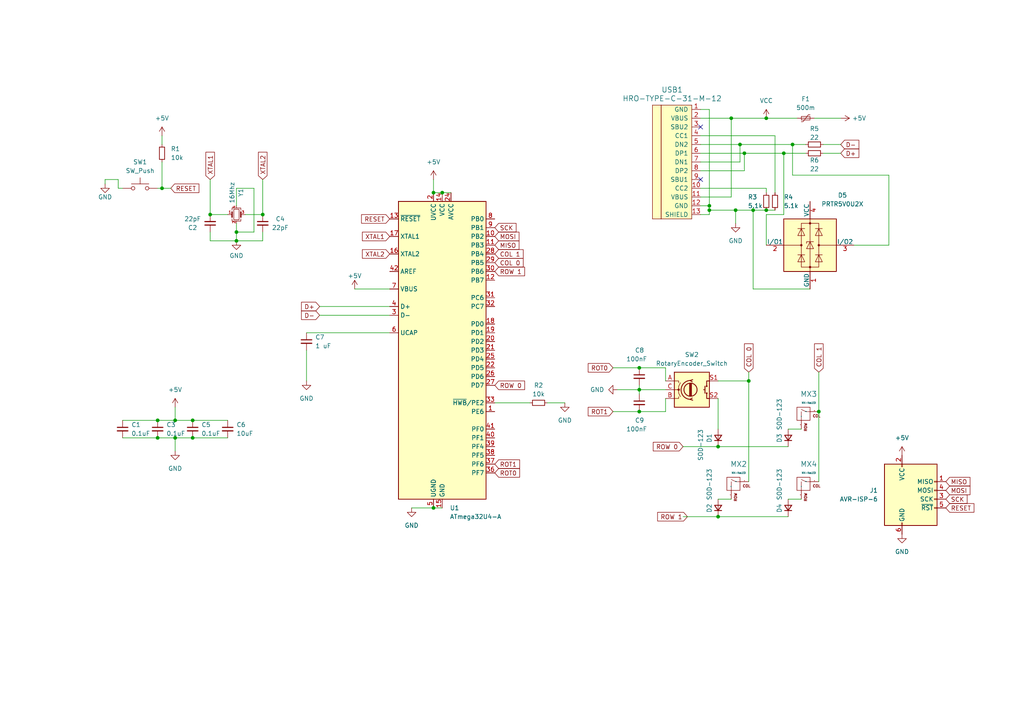
<source format=kicad_sch>
(kicad_sch (version 20231120) (generator "eeschema") (generator_version "8.0")
  (paper "A4")
  (lib_symbols
    (symbol "Connector:AVR-ISP-6" (pin_names (offset 1.016))
      (property "Reference" "J" (at -6.35 11.43 0))
      (property "Value" "AVR-ISP-6" (at 0 11.43 0))
      (symbol "AVR-ISP-6_0_1"
        (rectangle (start -2.667 -6.858) (end -2.413 -7.62))
        (rectangle (start -2.667 10.16) (end -2.413 9.398))
        (rectangle (start 7.62 -2.413) (end 6.858 -2.667))
        (rectangle (start 7.62 0.127) (end 6.858 -0.127))
        (rectangle (start 7.62 2.667) (end 6.858 2.413))
        (rectangle (start 7.62 5.207) (end 6.858 4.953))
        (rectangle (start 7.62 10.16) (end -7.62 -7.62) (stroke (width 0.254)) (fill (type background)))
      )
      (symbol "AVR-ISP-6_1_1"
        (pin passive line (at 10.16 5.08 180) (length 2.54) (name "MISO") (number "1"))
        (pin passive line (at -2.54 12.7 270) (length 2.54) (name "VCC") (number "2"))
        (pin passive line (at 10.16 0 180) (length 2.54) (name "SCK") (number "3"))
        (pin passive line (at 10.16 2.54 180) (length 2.54) (name "MOSI") (number "4"))
        (pin passive line (at 10.16 -2.54 180) (length 2.54) (name "~{RST}") (number "5"))
        (pin passive line (at -2.54 -10.16 90) (length 2.54) (name "GND") (number "6"))
      )
    )
    (symbol "Device:C_Small" (pin_numbers hide) (pin_names (offset 0.254) hide)
      (property "Reference" "C" (at 0.254 1.778 0))
      (property "Value" "C_Small" (at 0.254 -2.032 0))
      (symbol "C_Small_0_1"
        (polyline (pts (xy -1.524 -0.508) (xy 1.524 -0.508)) (stroke (width 0.3302)))
        (polyline (pts (xy -1.524 0.508) (xy 1.524 0.508)) (stroke (width 0.3048)))
      )
      (symbol "C_Small_1_1"
        (pin passive line (at 0 2.54 270) (length 2.032) (name "~") (number "1"))
        (pin passive line (at 0 -2.54 90) (length 2.032) (name "~") (number "2"))
      )
    )
    (symbol "Device:Crystal_GND24_Small" (pin_names (offset 1.016) hide)
      (property "Reference" "Y" (at 1.27 4.445 0))
      (property "Value" "Crystal_GND24_Small" (at 1.27 2.54 0))
      (symbol "Crystal_GND24_Small_0_1"
        (rectangle (start -0.762 -1.524) (end 0.762 1.524))
        (polyline (pts (xy -1.27 -0.762) (xy -1.27 0.762)) (stroke (width 0.381)))
        (polyline (pts (xy 1.27 -0.762) (xy 1.27 0.762)) (stroke (width 0.381)))
        (polyline (pts (xy -1.27 -1.27) (xy -1.27 -1.905) (xy 1.27 -1.905) (xy 1.27 -1.27)))
        (polyline (pts (xy -1.27 1.27) (xy -1.27 1.905) (xy 1.27 1.905) (xy 1.27 1.27)))
      )
      (symbol "Crystal_GND24_Small_1_1"
        (pin passive line (at -2.54 0 0) (length 1.27) (name "1") (number "1"))
        (pin passive line (at 0 -2.54 90) (length 0.635) (name "2") (number "2"))
        (pin passive line (at 2.54 0 180) (length 1.27) (name "3") (number "3"))
        (pin passive line (at 0 2.54 270) (length 0.635) (name "4") (number "4"))
      )
    )
    (symbol "Device:D_Small" (pin_numbers hide) (pin_names (offset 0.254) hide)
      (property "Reference" "D" (at -1.27 2.032 0))
      (property "Value" "D_Small" (at -3.81 -2.032 0))
      (symbol "D_Small_0_1"
        (polyline (pts (xy -0.762 -1.016) (xy -0.762 1.016)) (stroke (width 0.254)))
        (polyline (pts (xy -0.762 0) (xy 0.762 0)))
        (polyline (pts (xy 0.762 -1.016) (xy -0.762 0) (xy 0.762 1.016) (xy 0.762 -1.016)) (stroke (width 0.254)))
      )
      (symbol "D_Small_1_1"
        (pin passive line (at -2.54 0 0) (length 1.778) (name "K") (number "1"))
        (pin passive line (at 2.54 0 180) (length 1.778) (name "A") (number "2"))
      )
    )
    (symbol "Device:Polyfuse_Small" (pin_numbers hide) (pin_names (offset 0))
      (property "Reference" "F" (at -1.905 0 90))
      (property "Value" "Polyfuse_Small" (at 1.905 0 90))
      (symbol "Polyfuse_Small_0_1"
        (rectangle (start -0.508 1.27) (end 0.508 -1.27))
        (polyline (pts (xy 0 2.54) (xy 0 -2.54)))
        (polyline (pts (xy -1.016 1.27) (xy -1.016 0.762) (xy 1.016 -0.762) (xy 1.016 -1.27)))
      )
      (symbol "Polyfuse_Small_1_1"
        (pin passive line (at 0 2.54 270) (length 0.635) (name "~") (number "1"))
        (pin passive line (at 0 -2.54 90) (length 0.635) (name "~") (number "2"))
      )
    )
    (symbol "Device:R_Small" (pin_numbers hide) (pin_names (offset 0.254) hide)
      (property "Reference" "R" (at 0.762 0.508 0))
      (property "Value" "R_Small" (at 0.762 -1.016 0))
      (symbol "R_Small_0_1"
        (rectangle (start -0.762 1.778) (end 0.762 -1.778) (stroke (width 0.2032)))
      )
      (symbol "R_Small_1_1"
        (pin passive line (at 0 2.54 270) (length 0.762) (name "~") (number "1"))
        (pin passive line (at 0 -2.54 90) (length 0.762) (name "~") (number "2"))
      )
    )
    (symbol "Device:RotaryEncoder_Switch" (pin_names (offset 0.254) hide)
      (property "Reference" "SW" (at 0 6.604 0))
      (property "Value" "RotaryEncoder_Switch" (at 0 -6.604 0))
      (symbol "RotaryEncoder_Switch_0_1"
        (rectangle (start -5.08 5.08) (end 5.08 -5.08) (stroke (width 0.254)) (fill (type background)))
        (circle (center -3.81 0) (radius 0.254) (fill (type outline)))
        (circle (center -0.381 0) (radius 1.905) (stroke (width 0.254)))
        (arc (start -0.381 2.667) (mid -3.0988 -0.0635) (end -0.381 -2.794) (stroke (width 0.254)))
        (polyline (pts (xy -0.635 -1.778) (xy -0.635 1.778)) (stroke (width 0.254)))
        (polyline (pts (xy -0.381 -1.778) (xy -0.381 1.778)) (stroke (width 0.254)))
        (polyline (pts (xy -0.127 1.778) (xy -0.127 -1.778)) (stroke (width 0.254)))
        (polyline (pts (xy 3.81 0) (xy 3.429 0)) (stroke (width 0.254)))
        (polyline (pts (xy 3.81 1.016) (xy 3.81 -1.016)) (stroke (width 0.254)))
        (polyline (pts (xy -5.08 -2.54) (xy -3.81 -2.54) (xy -3.81 -2.032)))
        (polyline (pts (xy -5.08 2.54) (xy -3.81 2.54) (xy -3.81 2.032)))
        (polyline (pts (xy 0.254 -3.048) (xy -0.508 -2.794) (xy 0.127 -2.413)) (stroke (width 0.254)))
        (polyline (pts (xy 0.254 2.921) (xy -0.508 2.667) (xy 0.127 2.286)) (stroke (width 0.254)))
        (polyline (pts (xy 5.08 -2.54) (xy 4.318 -2.54) (xy 4.318 -1.016)) (stroke (width 0.254)))
        (polyline (pts (xy 5.08 2.54) (xy 4.318 2.54) (xy 4.318 1.016)) (stroke (width 0.254)))
        (polyline (pts (xy -5.08 0) (xy -3.81 0) (xy -3.81 -1.016) (xy -3.302 -2.032)))
        (polyline (pts (xy -4.318 0) (xy -3.81 0) (xy -3.81 1.016) (xy -3.302 2.032)))
        (circle (center 4.318 -1.016) (radius 0.127) (stroke (width 0.254)))
        (circle (center 4.318 1.016) (radius 0.127) (stroke (width 0.254)))
      )
      (symbol "RotaryEncoder_Switch_1_1"
        (pin passive line (at -7.62 2.54 0) (length 2.54) (name "A") (number "A"))
        (pin passive line (at -7.62 -2.54 0) (length 2.54) (name "B") (number "B"))
        (pin passive line (at -7.62 0 0) (length 2.54) (name "C") (number "C"))
        (pin passive line (at 7.62 2.54 180) (length 2.54) (name "S1") (number "S1"))
        (pin passive line (at 7.62 -2.54 180) (length 2.54) (name "S2") (number "S2"))
      )
    )
    (symbol "MCU_Microchip_ATmega:ATmega32U4-A"
      (property "Reference" "U" (at -12.7 44.45 0))
      (property "Value" "ATmega32U4-A" (at 2.54 -44.45 0))
      (symbol "ATmega32U4-A_0_1"
        (rectangle (start -12.7 -43.18) (end 12.7 43.18) (stroke (width 0.254)) (fill (type background)))
      )
      (symbol "ATmega32U4-A_1_1"
        (pin bidirectional line (at 15.24 -17.78 180) (length 2.54) (name "PE6") (number "1"))
        (pin bidirectional line (at 15.24 33.02 180) (length 2.54) (name "PB2") (number "10"))
        (pin bidirectional line (at 15.24 30.48 180) (length 2.54) (name "PB3") (number "11"))
        (pin bidirectional line (at 15.24 20.32 180) (length 2.54) (name "PB7") (number "12"))
        (pin input line (at -15.24 38.1 0) (length 2.54) (name "~{RESET}") (number "13"))
        (pin power_in line (at 0 45.72 270) (length 2.54) (name "VCC") (number "14"))
        (pin power_in line (at 0 -45.72 90) (length 2.54) (name "GND") (number "15"))
        (pin output line (at -15.24 27.94 0) (length 2.54) (name "XTAL2") (number "16"))
        (pin input line (at -15.24 33.02 0) (length 2.54) (name "XTAL1") (number "17"))
        (pin bidirectional line (at 15.24 7.62 180) (length 2.54) (name "PD0") (number "18"))
        (pin bidirectional line (at 15.24 5.08 180) (length 2.54) (name "PD1") (number "19"))
        (pin power_in line (at -2.54 45.72 270) (length 2.54) (name "UVCC") (number "2"))
        (pin bidirectional line (at 15.24 2.54 180) (length 2.54) (name "PD2") (number "20"))
        (pin bidirectional line (at 15.24 0 180) (length 2.54) (name "PD3") (number "21"))
        (pin bidirectional line (at 15.24 -5.08 180) (length 2.54) (name "PD5") (number "22"))
        (pin passive line (at 0 -45.72 90) (length 2.54) hide (name "GND") (number "23"))
        (pin power_in line (at 2.54 45.72 270) (length 2.54) (name "AVCC") (number "24"))
        (pin bidirectional line (at 15.24 -2.54 180) (length 2.54) (name "PD4") (number "25"))
        (pin bidirectional line (at 15.24 -7.62 180) (length 2.54) (name "PD6") (number "26"))
        (pin bidirectional line (at 15.24 -10.16 180) (length 2.54) (name "PD7") (number "27"))
        (pin bidirectional line (at 15.24 27.94 180) (length 2.54) (name "PB4") (number "28"))
        (pin bidirectional line (at 15.24 25.4 180) (length 2.54) (name "PB5") (number "29"))
        (pin bidirectional line (at -15.24 10.16 0) (length 2.54) (name "D-") (number "3"))
        (pin bidirectional line (at 15.24 22.86 180) (length 2.54) (name "PB6") (number "30"))
        (pin bidirectional line (at 15.24 15.24 180) (length 2.54) (name "PC6") (number "31"))
        (pin bidirectional line (at 15.24 12.7 180) (length 2.54) (name "PC7") (number "32"))
        (pin bidirectional line (at 15.24 -15.24 180) (length 2.54) (name "~{HWB}/PE2") (number "33"))
        (pin passive line (at 0 45.72 270) (length 2.54) hide (name "VCC") (number "34"))
        (pin passive line (at 0 -45.72 90) (length 2.54) hide (name "GND") (number "35"))
        (pin bidirectional line (at 15.24 -35.56 180) (length 2.54) (name "PF7") (number "36"))
        (pin bidirectional line (at 15.24 -33.02 180) (length 2.54) (name "PF6") (number "37"))
        (pin bidirectional line (at 15.24 -30.48 180) (length 2.54) (name "PF5") (number "38"))
        (pin bidirectional line (at 15.24 -27.94 180) (length 2.54) (name "PF4") (number "39"))
        (pin bidirectional line (at -15.24 12.7 0) (length 2.54) (name "D+") (number "4"))
        (pin bidirectional line (at 15.24 -25.4 180) (length 2.54) (name "PF1") (number "40"))
        (pin bidirectional line (at 15.24 -22.86 180) (length 2.54) (name "PF0") (number "41"))
        (pin passive line (at -15.24 22.86 0) (length 2.54) (name "AREF") (number "42"))
        (pin passive line (at 0 -45.72 90) (length 2.54) hide (name "GND") (number "43"))
        (pin passive line (at 2.54 45.72 270) (length 2.54) hide (name "AVCC") (number "44"))
        (pin passive line (at -2.54 -45.72 90) (length 2.54) (name "UGND") (number "5"))
        (pin passive line (at -15.24 5.08 0) (length 2.54) (name "UCAP") (number "6"))
        (pin input line (at -15.24 17.78 0) (length 2.54) (name "VBUS") (number "7"))
        (pin bidirectional line (at 15.24 38.1 180) (length 2.54) (name "PB0") (number "8"))
        (pin bidirectional line (at 15.24 35.56 180) (length 2.54) (name "PB1") (number "9"))
      )
    )
    (symbol "MX_Alps_Hybrid:MX-NoLED" (pin_names (offset 1.016))
      (property "Reference" "MX" (at -0.635 3.81 0))
      (property "Value" "MX-NoLED" (at -0.635 1.27 0))
      (symbol "MX-NoLED_0_0"
        (rectangle (start -2.54 2.54) (end 1.27 -1.27))
        (polyline (pts (xy -1.27 -1.27) (xy -1.27 1.27)) (stroke (width 0.127)))
        (polyline (pts (xy 1.27 1.27) (xy 0 1.27) (xy -1.27 1.905)) (stroke (width 0.127)))
        (text "COL" (at 3.175 0 0) (effects (font (size 0.762 0.762))))
        (text "ROW" (at 0 -1.905 900) (effects (font (size 0.762 0.762)) (justify right)))
      )
      (symbol "MX-NoLED_1_1"
        (pin passive line (at 3.81 1.27 180) (length 2.54) (name "COL") (number "1"))
        (pin passive line (at -1.27 -3.81 90) (length 2.54) (name "ROW") (number "2"))
      )
    )
    (symbol "Power_Protection:PRTR5V0U2X" (pin_names (offset 0))
      (property "Reference" "D" (at 2.794 8.636 0))
      (property "Value" "PRTR5V0U2X" (at 8.128 -9.398 0))
      (symbol "PRTR5V0U2X_0_1"
        (rectangle (start -7.62 -7.62) (end 7.62 7.62) (stroke (width 0.254)) (fill (type background)))
        (circle (center -2.54 0) (radius 0.254) (fill (type outline)))
        (rectangle (start -2.54 6.35) (end 2.54 -6.35))
        (circle (center 0 -6.35) (radius 0.254) (fill (type outline)))
        (polyline (pts (xy -2.54 0) (xy -7.62 0)))
        (polyline (pts (xy -1.524 -2.794) (xy -3.556 -2.794)))
        (polyline (pts (xy -1.524 4.826) (xy -3.556 4.826)))
        (polyline (pts (xy 0 -7.62) (xy 0 7.62)))
        (polyline (pts (xy 1.524 -2.794) (xy 3.556 -2.794)))
        (polyline (pts (xy 1.524 4.826) (xy 3.556 4.826)))
        (polyline (pts (xy 2.54 0) (xy 7.62 0)))
        (polyline (pts (xy 1.016 1.016) (xy -1.016 1.016) (xy -1.016 0.508)))
        (polyline (pts (xy -3.556 -4.826) (xy -1.524 -4.826) (xy -2.54 -2.794) (xy -3.556 -4.826)))
        (polyline (pts (xy -3.556 2.794) (xy -1.524 2.794) (xy -2.54 4.826) (xy -3.556 2.794)))
        (polyline (pts (xy -1.016 -1.016) (xy 1.016 -1.016) (xy 0 1.016) (xy -1.016 -1.016)))
        (polyline (pts (xy 3.556 -4.826) (xy 1.524 -4.826) (xy 2.54 -2.794) (xy 3.556 -4.826)))
        (polyline (pts (xy 3.556 2.794) (xy 1.524 2.794) (xy 2.54 4.826) (xy 3.556 2.794)))
        (circle (center 0 6.35) (radius 0.254) (fill (type outline)))
        (circle (center 2.54 0) (radius 0.254) (fill (type outline)))
      )
      (symbol "PRTR5V0U2X_1_1"
        (pin passive line (at 0 -12.7 90) (length 5.08) (name "GND") (number "1"))
        (pin passive line (at -12.7 0 0) (length 5.08) (name "I/O1") (number "2"))
        (pin passive line (at 12.7 0 180) (length 5.08) (name "I/O2") (number "3"))
        (pin passive line (at 0 12.7 270) (length 5.08) (name "VCC") (number "4"))
      )
    )
    (symbol "Switch:SW_Push" (pin_numbers hide) (pin_names (offset 1.016) hide)
      (property "Reference" "SW" (at 1.27 2.54 0))
      (property "Value" "SW_Push" (at 0 -1.524 0))
      (symbol "SW_Push_0_1"
        (circle (center -2.032 0) (radius 0.508))
        (polyline (pts (xy 0 1.27) (xy 0 3.048)))
        (polyline (pts (xy 2.54 1.27) (xy -2.54 1.27)))
        (circle (center 2.032 0) (radius 0.508))
        (pin passive line (at -5.08 0 0) (length 2.54) (name "1") (number "1"))
        (pin passive line (at 5.08 0 180) (length 2.54) (name "2") (number "2"))
      )
    )
    (symbol "Type-C:HRO-TYPE-C-31-M-12" (pin_names (offset 1.016))
      (property "Reference" "USB" (at -5.08 16.51 0))
      (property "Value" "HRO-TYPE-C-31-M-12" (at -10.16 -1.27 90))
      (symbol "HRO-TYPE-C-31-M-12_0_1"
        (rectangle (start -11.43 15.24) (end -8.89 -17.78) (fill (type background)))
        (rectangle (start 0 -17.78) (end -8.89 15.24) (fill (type background)))
      )
      (symbol "HRO-TYPE-C-31-M-12_1_1"
        (pin input line (at 2.54 13.97 180) (length 2.54) (name "GND") (number "1"))
        (pin input line (at 2.54 -8.89 180) (length 2.54) (name "CC2") (number "10"))
        (pin input line (at 2.54 -11.43 180) (length 2.54) (name "VBUS") (number "11"))
        (pin input line (at 2.54 -13.97 180) (length 2.54) (name "GND") (number "12"))
        (pin input line (at 2.54 -16.51 180) (length 2.54) (name "SHIELD") (number "13"))
        (pin input line (at 2.54 11.43 180) (length 2.54) (name "VBUS") (number "2"))
        (pin input line (at 2.54 8.89 180) (length 2.54) (name "SBU2") (number "3"))
        (pin input line (at 2.54 6.35 180) (length 2.54) (name "CC1") (number "4"))
        (pin input line (at 2.54 3.81 180) (length 2.54) (name "DN2") (number "5"))
        (pin input line (at 2.54 1.27 180) (length 2.54) (name "DP1") (number "6"))
        (pin input line (at 2.54 -1.27 180) (length 2.54) (name "DN1") (number "7"))
        (pin input line (at 2.54 -3.81 180) (length 2.54) (name "DP2") (number "8"))
        (pin input line (at 2.54 -6.35 180) (length 2.54) (name "SBU1") (number "9"))
      )
    )
    (symbol "power:+5V" (power) (pin_names (offset 0))
      (property "Value" "+5V" (at 0 3.556 0))
      (symbol "+5V_0_1"
        (polyline (pts (xy -0.762 1.27) (xy 0 2.54)))
        (polyline (pts (xy 0 0) (xy 0 2.54)))
        (polyline (pts (xy 0 2.54) (xy 0.762 1.27)))
      )
      (symbol "+5V_1_1"
        (pin power_in line (at 0 0 90) (length 0) hide (name "+5V") (number "1"))
      )
    )
    (symbol "power:GND" (power) (pin_names (offset 0))
      (property "Value" "GND" (at 0 -3.81 0))
      (symbol "GND_0_1"
        (polyline (pts (xy 0 0) (xy 0 -1.27) (xy 1.27 -1.27) (xy 0 -2.54) (xy -1.27 -1.27) (xy 0 -1.27)))
      )
      (symbol "GND_1_1"
        (pin power_in line (at 0 0 270) (length 0) hide (name "GND") (number "1"))
      )
    )
    (symbol "power:VCC" (power) (pin_names (offset 0))
      (property "Value" "VCC" (at 0 3.81 0))
      (symbol "VCC_0_1"
        (polyline (pts (xy -0.762 1.27) (xy 0 2.54)))
        (polyline (pts (xy 0 0) (xy 0 2.54)))
        (polyline (pts (xy 0 2.54) (xy 0.762 1.27)))
      )
      (symbol "VCC_1_1"
        (pin power_in line (at 0 0 90) (length 0) hide (name "VCC") (number "1"))
      )
    )
  )
  (junction (at 185.42 113.03))
  (junction (at 218.44 60.96))
  (junction (at 50.8 121.92))
  (junction (at 76.2 62.23))
  (junction (at 214.63 41.91))
  (junction (at 222.25 34.29))
  (junction (at 222.25 60.96))
  (junction (at 213.36 60.96))
  (junction (at 128.27 55.88))
  (junction (at 205.74 60.96))
  (junction (at 55.88 121.92))
  (junction (at 208.28 129.54))
  (junction (at 227.33 44.45))
  (junction (at 185.42 119.38))
  (junction (at 215.9 44.45))
  (junction (at 55.88 127))
  (junction (at 68.58 67.31))
  (junction (at 45.72 127))
  (junction (at 229.87 41.91))
  (junction (at 208.28 149.86))
  (junction (at 212.09 34.29))
  (junction (at 60.96 62.23))
  (junction (at 205.74 59.69))
  (junction (at 45.72 121.92))
  (junction (at 50.8 127))
  (junction (at 125.73 147.32))
  (junction (at 125.73 55.88))
  (junction (at 68.58 69.85))
  (junction (at 237.49 119.38))
  (junction (at 46.99 54.61))
  (junction (at 217.17 110.49))
  (junction (at 185.42 106.68))
  (no_connect (at 203.2 36.83))
  (no_connect (at 203.2 52.07))
  (wire (pts (xy 208.28 110.49) (xy 217.17 110.49)))
  (wire (pts (xy 198.12 129.54) (xy 208.28 129.54)))
  (wire (pts (xy 228.6 124.46) (xy 232.41 124.46)))
  (wire (pts (xy 205.74 60.96) (xy 213.36 60.96)))
  (wire (pts (xy 203.2 59.69) (xy 205.74 59.69)))
  (wire (pts (xy 193.04 106.68) (xy 193.04 110.49)))
  (wire (pts (xy 257.81 71.12) (xy 247.65 71.12)))
  (wire (pts (xy 238.76 41.91) (xy 243.84 41.91)))
  (wire (pts (xy 35.56 121.92) (xy 45.72 121.92)))
  (wire (pts (xy 66.04 62.23) (xy 60.96 62.23)))
  (wire (pts (xy 35.56 127) (xy 45.72 127)))
  (wire (pts (xy 68.58 54.61) (xy 68.58 59.69)))
  (wire (pts (xy 125.73 52.07) (xy 125.73 55.88)))
  (wire (pts (xy 198.12 149.86) (xy 208.28 149.86)))
  (wire (pts (xy 208.28 149.86) (xy 228.6 149.86)))
  (wire (pts (xy 213.36 60.96) (xy 218.44 60.96)))
  (wire (pts (xy 119.38 147.32) (xy 125.73 147.32)))
  (wire (pts (xy 143.51 116.84) (xy 153.67 116.84)))
  (wire (pts (xy 92.71 88.9) (xy 113.03 88.9)))
  (wire (pts (xy 229.87 50.8) (xy 229.87 41.91)))
  (wire (pts (xy 203.2 41.91) (xy 214.63 41.91)))
  (wire (pts (xy 68.58 64.77) (xy 68.58 67.31)))
  (wire (pts (xy 50.8 127) (xy 55.88 127)))
  (wire (pts (xy 125.73 55.88) (xy 128.27 55.88)))
  (wire (pts (xy 227.33 44.45) (xy 227.33 62.23)))
  (wire (pts (xy 50.8 118.11) (xy 50.8 121.92)))
  (wire (pts (xy 46.99 39.37) (xy 46.99 41.91)))
  (wire (pts (xy 222.25 54.61) (xy 222.25 55.88)))
  (wire (pts (xy 222.25 71.12) (xy 222.25 62.23)))
  (wire (pts (xy 214.63 41.91) (xy 229.87 41.91)))
  (wire (pts (xy 46.99 54.61) (xy 49.53 54.61)))
  (wire (pts (xy 50.8 121.92) (xy 55.88 121.92)))
  (wire (pts (xy 214.63 41.91) (xy 214.63 46.99)))
  (wire (pts (xy 205.74 31.75) (xy 205.74 59.69)))
  (wire (pts (xy 203.2 31.75) (xy 205.74 31.75)))
  (wire (pts (xy 203.2 39.37) (xy 224.79 39.37)))
  (wire (pts (xy 213.36 60.96) (xy 213.36 64.77)))
  (wire (pts (xy 185.42 113.03) (xy 185.42 114.3)))
  (wire (pts (xy 60.96 52.07) (xy 60.96 62.23)))
  (wire (pts (xy 185.42 111.76) (xy 185.42 113.03)))
  (wire (pts (xy 203.2 44.45) (xy 215.9 44.45)))
  (wire (pts (xy 203.2 34.29) (xy 212.09 34.29)))
  (wire (pts (xy 193.04 119.38) (xy 193.04 115.57)))
  (wire (pts (xy 177.8 106.68) (xy 185.42 106.68)))
  (wire (pts (xy 50.8 127) (xy 50.8 130.81)))
  (wire (pts (xy 212.09 34.29) (xy 212.09 57.15)))
  (wire (pts (xy 76.2 67.31) (xy 76.2 69.85)))
  (wire (pts (xy 205.74 60.96) (xy 205.74 62.23)))
  (wire (pts (xy 73.66 54.61) (xy 73.66 67.31)))
  (wire (pts (xy 92.71 91.44) (xy 113.03 91.44)))
  (wire (pts (xy 257.81 50.8) (xy 257.81 71.12)))
  (wire (pts (xy 222.25 62.23) (xy 227.33 62.23)))
  (wire (pts (xy 88.9 101.6) (xy 88.9 110.49)))
  (wire (pts (xy 227.33 44.45) (xy 233.68 44.45)))
  (wire (pts (xy 45.72 54.61) (xy 46.99 54.61)))
  (wire (pts (xy 217.17 110.49) (xy 217.17 139.7)))
  (wire (pts (xy 208.28 129.54) (xy 228.6 129.54)))
  (wire (pts (xy 212.09 34.29) (xy 222.25 34.29)))
  (wire (pts (xy 55.88 121.92) (xy 66.04 121.92)))
  (wire (pts (xy 236.22 34.29) (xy 243.84 34.29)))
  (wire (pts (xy 45.72 127) (xy 50.8 127)))
  (wire (pts (xy 229.87 41.91) (xy 233.68 41.91)))
  (wire (pts (xy 68.58 69.85) (xy 76.2 69.85)))
  (wire (pts (xy 238.76 44.45) (xy 243.84 44.45)))
  (wire (pts (xy 68.58 54.61) (xy 73.66 54.61)))
  (wire (pts (xy 208.28 115.57) (xy 208.28 124.46)))
  (wire (pts (xy 224.79 39.37) (xy 224.79 55.88)))
  (wire (pts (xy 30.48 52.07) (xy 30.48 53.34)))
  (wire (pts (xy 222.25 60.96) (xy 224.79 60.96)))
  (wire (pts (xy 60.96 69.85) (xy 68.58 69.85)))
  (wire (pts (xy 177.8 119.38) (xy 185.42 119.38)))
  (wire (pts (xy 205.74 59.69) (xy 205.74 60.96)))
  (wire (pts (xy 203.2 46.99) (xy 214.63 46.99)))
  (wire (pts (xy 203.2 62.23) (xy 205.74 62.23)))
  (wire (pts (xy 215.9 44.45) (xy 227.33 44.45)))
  (wire (pts (xy 215.9 44.45) (xy 215.9 49.53)))
  (wire (pts (xy 34.29 54.61) (xy 34.29 52.07)))
  (wire (pts (xy 125.73 147.32) (xy 128.27 147.32)))
  (wire (pts (xy 228.6 144.78) (xy 232.41 144.78)))
  (wire (pts (xy 222.25 34.29) (xy 231.14 34.29)))
  (wire (pts (xy 208.28 144.78) (xy 212.09 144.78)))
  (wire (pts (xy 218.44 60.96) (xy 218.44 83.82)))
  (wire (pts (xy 185.42 113.03) (xy 179.07 113.03)))
  (wire (pts (xy 203.2 54.61) (xy 222.25 54.61)))
  (wire (pts (xy 257.81 50.8) (xy 229.87 50.8)))
  (wire (pts (xy 35.56 54.61) (xy 34.29 54.61)))
  (wire (pts (xy 203.2 49.53) (xy 215.9 49.53)))
  (wire (pts (xy 193.04 113.03) (xy 185.42 113.03)))
  (wire (pts (xy 55.88 127) (xy 66.04 127)))
  (wire (pts (xy 71.12 62.23) (xy 76.2 62.23)))
  (wire (pts (xy 88.9 96.52) (xy 113.03 96.52)))
  (wire (pts (xy 46.99 46.99) (xy 46.99 54.61)))
  (wire (pts (xy 185.42 106.68) (xy 193.04 106.68)))
  (wire (pts (xy 185.42 119.38) (xy 193.04 119.38)))
  (wire (pts (xy 237.49 107.95) (xy 237.49 119.38)))
  (wire (pts (xy 218.44 60.96) (xy 222.25 60.96)))
  (wire (pts (xy 45.72 121.92) (xy 50.8 121.92)))
  (wire (pts (xy 237.49 119.38) (xy 237.49 139.7)))
  (wire (pts (xy 203.2 57.15) (xy 212.09 57.15)))
  (wire (pts (xy 234.95 83.82) (xy 218.44 83.82)))
  (wire (pts (xy 158.75 116.84) (xy 163.83 116.84)))
  (wire (pts (xy 34.29 52.07) (xy 30.48 52.07)))
  (wire (pts (xy 113.03 83.82) (xy 102.87 83.82)))
  (wire (pts (xy 68.58 67.31) (xy 73.66 67.31)))
  (wire (pts (xy 128.27 55.88) (xy 130.81 55.88)))
  (wire (pts (xy 60.96 67.31) (xy 60.96 69.85)))
  (wire (pts (xy 68.58 67.31) (xy 68.58 69.85)))
  (wire (pts (xy 217.17 107.95) (xy 217.17 110.49)))
  (wire (pts (xy 76.2 52.07) (xy 76.2 62.23)))
  (global_label "ROW 0" (shape input) (at 198.12 129.54 180) (property "Intersheetrefs" "${INTERSHEET_REFS}" (effects (hide yes))))
  (global_label "ROW 1" (shape input) (at 199.39 149.86 180) (property "Intersheetrefs" "${INTERSHEET_REFS}" (effects (hide yes))))
  (global_label "ROT1" (shape input) (at 143.51 134.62 0) (property "Intersheetrefs" "${INTERSHEET_REFS}" (effects (hide yes))))
  (global_label "XTAL2" (shape input) (at 113.03 73.66 180) (property "Intersheetrefs" "${INTERSHEET_REFS}" (effects (hide yes))))
  (global_label "D-" (shape input) (at 92.71 91.44 180) (property "Intersheetrefs" "${INTERSHEET_REFS}" (effects (hide yes))))
  (global_label "COL 0" (shape input) (at 217.17 107.95 90) (property "Intersheetrefs" "${INTERSHEET_REFS}" (effects (hide yes))))
  (global_label "RESET" (shape input) (at 49.53 54.61 0) (property "Intersheetrefs" "${INTERSHEET_REFS}" (effects (hide yes))))
  (global_label "MOSI" (shape input) (at 143.51 68.58 0) (property "Intersheetrefs" "${INTERSHEET_REFS}" (effects (hide yes))))
  (global_label "D+" (shape input) (at 243.84 44.45 0) (property "Intersheetrefs" "${INTERSHEET_REFS}" (effects (hide yes))))
  (global_label "D+" (shape input) (at 92.71 88.9 180) (property "Intersheetrefs" "${INTERSHEET_REFS}" (effects (hide yes))))
  (global_label "ROW 1" (shape input) (at 143.51 78.74 0) (property "Intersheetrefs" "${INTERSHEET_REFS}" (effects (hide yes))))
  (global_label "D-" (shape input) (at 243.84 41.91 0) (property "Intersheetrefs" "${INTERSHEET_REFS}" (effects (hide yes))))
  (global_label "RESET" (shape input) (at 113.03 63.5 180) (property "Intersheetrefs" "${INTERSHEET_REFS}" (effects (hide yes))))
  (global_label "COL 1" (shape input) (at 143.51 73.66 0) (property "Intersheetrefs" "${INTERSHEET_REFS}" (effects (hide yes))))
  (global_label "RESET" (shape input) (at 274.32 147.32 0) (property "Intersheetrefs" "${INTERSHEET_REFS}" (effects (hide yes))))
  (global_label "SCK" (shape input) (at 274.32 144.78 0) (property "Intersheetrefs" "${INTERSHEET_REFS}" (effects (hide yes))))
  (global_label "XTAL1" (shape input) (at 60.96 52.07 90) (property "Intersheetrefs" "${INTERSHEET_REFS}" (effects (hide yes))))
  (global_label "XTAL2" (shape input) (at 76.2 52.07 90) (property "Intersheetrefs" "${INTERSHEET_REFS}" (effects (hide yes))))
  (global_label "MISO" (shape input) (at 274.32 139.7 0) (property "Intersheetrefs" "${INTERSHEET_REFS}" (effects (hide yes))))
  (global_label "MISO" (shape input) (at 143.51 71.12 0) (property "Intersheetrefs" "${INTERSHEET_REFS}" (effects (hide yes))))
  (global_label "ROT0" (shape input) (at 143.51 137.16 0) (property "Intersheetrefs" "${INTERSHEET_REFS}" (effects (hide yes))))
  (global_label "MOSI" (shape input) (at 274.32 142.24 0) (property "Intersheetrefs" "${INTERSHEET_REFS}" (effects (hide yes))))
  (global_label "SCK" (shape input) (at 143.51 66.04 0) (property "Intersheetrefs" "${INTERSHEET_REFS}" (effects (hide yes))))
  (global_label "COL 0" (shape input) (at 143.51 76.2 0) (property "Intersheetrefs" "${INTERSHEET_REFS}" (effects (hide yes))))
  (global_label "ROT1" (shape input) (at 177.8 119.38 180) (property "Intersheetrefs" "${INTERSHEET_REFS}" (effects (hide yes))))
  (global_label "ROT0" (shape input) (at 177.8 106.68 180) (property "Intersheetrefs" "${INTERSHEET_REFS}" (effects (hide yes))))
  (global_label "ROW 0" (shape input) (at 143.51 111.76 0) (property "Intersheetrefs" "${INTERSHEET_REFS}" (effects (hide yes))))
  (global_label "XTAL1" (shape input) (at 113.03 68.58 180) (property "Intersheetrefs" "${INTERSHEET_REFS}" (effects (hide yes))))
  (global_label "COL 1" (shape input) (at 237.49 107.95 90) (property "Intersheetrefs" "${INTERSHEET_REFS}" (effects (hide yes))))
  (symbol (lib_id "Switch:SW_Push") (at 40.64 54.61 0) (unit 1)
    (property "Reference" "SW1" (at 40.64 46.99 0))
    (property "Value" "SW_Push" (at 40.64 49.53 0))
    (property "Footprint" "random-keyboard-parts:SKQG-1155865" (effects (hide yes)))
  )
  (symbol (lib_id "Connector:AVR-ISP-6") (at 264.16 144.78 0) (unit 1)
    (property "Reference" "J1" (at 254.635 142.24 0) (effects (justify right)))
    (property "Value" "AVR-ISP-6" (at 254.635 144.78 0) (effects (justify right)))
    (property "Datasheet" " ~" (effects (hide yes)))
  )
  (symbol (lib_id "power:GND") (at 119.38 147.32 0) (unit 1)
    (property "Reference" "#PWR08" (effects (hide yes)))
    (property "Value" "GND" (at 119.38 152.4 0))
  )
  (symbol (lib_id "power:+5V") (at 50.8 118.11 0) (unit 1)
    (property "Reference" "#PWR02" (effects (hide yes)))
    (property "Value" "+5V" (at 50.8 113.03 0))
  )
  (symbol (lib_id "power:+5V") (at 46.99 39.37 0) (unit 1)
    (property "Reference" "#PWR07" (effects (hide yes)))
    (property "Value" "+5V" (at 46.99 34.29 0))
  )
  (symbol (lib_id "Device:R_Small") (at 236.22 44.45 90) (unit 1)
    (property "Reference" "R6" (at 236.22 46.482 90))
    (property "Value" "22" (at 236.22 49.022 90))
  )
  (symbol (lib_id "MCU_Microchip_ATmega:ATmega32U4-A") (at 128.27 101.6 0) (unit 1)
    (property "Reference" "U1" (at 130.4641 147.32 0) (effects (justify left)))
    (property "Value" "ATmega32U4-A" (at 130.4641 149.86 0) (effects (justify left)))
    (property "Footprint" "Package_QFP:TQFP-44_10x10mm_P0.8mm" (effects (hide yes)))
    (property "Datasheet" "http://ww1.microchip.com/downloads/en/DeviceDoc/Atmel-7766-8-bit-AVR-ATmega16U4-32U4_Datasheet.pdf" (effects (hide yes)))
  )
  (symbol (lib_id "Device:R_Small") (at 224.79 58.42 0) (unit 1)
    (property "Reference" "R4" (at 227.33 57.15 0) (effects (justify left)))
    (property "Value" "5.1k" (at 227.33 59.69 0) (effects (justify left)))
  )
  (symbol (lib_id "Device:C_Small") (at 76.2 64.77 0) (unit 1)
    (property "Reference" "C4" (at 81.2863 63.5 0))
    (property "Value" "22pF" (at 81.2863 66.04 0))
    (property "Footprint" "Capacitor_SMD:C_0805_2012Metric" (effects (hide yes)))
  )
  (symbol (lib_id "Device:Polyfuse_Small") (at 233.68 34.29 90) (unit 1)
    (property "Reference" "F1" (at 233.68 28.702 90))
    (property "Value" "500m" (at 233.68 31.242 90))
  )
  (symbol (lib_id "Device:C_Small") (at 88.9 99.06 0) (unit 1)
    (property "Reference" "C7" (at 91.44 97.7963 0) (effects (justify left)))
    (property "Value" "1 uF" (at 91.44 100.3363 0) (effects (justify left)))
    (property "Footprint" "Capacitor_SMD:C_0805_2012Metric" (effects (hide yes)))
  )
  (symbol (lib_id "Device:C_Small") (at 35.56 124.46 0) (unit 1)
    (property "Reference" "C1" (at 38.1 123.1963 0) (effects (justify left)))
    (property "Value" "0.1uF" (at 38.1 125.7363 0) (effects (justify left)))
    (property "Footprint" "Capacitor_SMD:C_0805_2012Metric" (effects (hide yes)))
  )
  (symbol (lib_id "power:GND") (at 163.83 116.84 0) (unit 1)
    (property "Reference" "#PWR010" (effects (hide yes)))
    (property "Value" "GND" (at 163.83 121.92 0))
  )
  (symbol (lib_id "power:GND") (at 68.58 69.85 0) (unit 1)
    (property "Reference" "#PWR01" (effects (hide yes)))
    (property "Value" "GND" (at 68.58 74.168 0))
  )
  (symbol (lib_id "Device:C_Small") (at 66.04 124.46 0) (unit 1)
    (property "Reference" "C6" (at 68.58 123.1963 0) (effects (justify left)))
    (property "Value" "10uF" (at 68.58 125.7363 0) (effects (justify left)))
    (property "Footprint" "Capacitor_SMD:C_0805_2012Metric" (effects (hide yes)))
  )
  (symbol (lib_id "power:+5V") (at 125.73 52.07 0) (unit 1)
    (property "Reference" "#PWR09" (effects (hide yes)))
    (property "Value" "+5V" (at 125.73 46.99 0))
  )
  (symbol (lib_id "Device:R_Small") (at 236.22 41.91 90) (unit 1)
    (property "Reference" "R5" (at 236.22 37.338 90))
    (property "Value" "22" (at 236.22 39.878 90))
  )
  (symbol (lib_id "Device:R_Small") (at 222.25 58.42 0) (unit 1)
    (property "Reference" "R3" (at 216.916 57.15 0) (effects (justify left)))
    (property "Value" "5.1k" (at 216.916 59.69 0) (effects (justify left)))
  )
  (symbol (lib_id "power:GND") (at 179.07 113.03 270) (unit 1)
    (property "Reference" "#PWR013" (effects (hide yes)))
    (property "Value" "GND" (at 175.26 113.03 90) (effects (justify right)))
  )
  (symbol (lib_id "Power_Protection:PRTR5V0U2X") (at 234.95 71.12 0) (unit 1)
    (property "Reference" "D5" (at 244.348 56.642 0))
    (property "Value" "PRTR5V0U2X" (at 244.348 59.182 0))
    (property "Footprint" "Package_TO_SOT_SMD:SOT-143" (effects (hide yes)))
    (property "Datasheet" "https://assets.nexperia.com/documents/data-sheet/PRTR5V0U2X.pdf" (effects (hide yes)))
  )
  (symbol (lib_id "MX_Alps_Hybrid:MX-NoLED") (at 213.36 140.97 0) (unit 1)
    (property "Reference" "MX2" (at 214.2552 134.62 0) (effects (font (size 1.524 1.524))))
    (property "Value" "MX-NoLED" (at 214.2552 137.16 0) (effects (font (size 0.508 0.508))))
    (property "Footprint" "MX_Alps_Hybrid:MX-1U-NoLED" (effects (hide yes)))
  )
  (symbol (lib_id "power:+5V") (at 243.84 34.29 270) (unit 1)
    (property "Reference" "#PWR014" (effects (hide yes)))
    (property "Value" "+5V" (at 247.142 34.29 90) (effects (justify left)))
  )
  (symbol (lib_id "Device:D_Small") (at 228.6 147.32 90) (unit 1)
    (property "Reference" "D4" (at 226.06 146.05 0) (effects (justify right)))
    (property "Value" "SOD-123" (at 226.06 135.89 0) (effects (justify right)))
    (property "Footprint" "Diode_SMD:D_SOD-123" (effects (hide yes)))
    (property "Sim.Device" "D" (effects (hide yes)))
    (property "Sim.Pins" "1=K 2=A" (effects (hide yes)))
  )
  (symbol (lib_id "Device:R_Small") (at 46.99 44.45 180) (unit 1)
    (property "Reference" "R1" (at 49.53 43.18 0) (effects (justify right)))
    (property "Value" "10k" (at 49.53 45.72 0) (effects (justify right)))
    (property "Footprint" "Resistor_SMD:R_0805_2012Metric" (effects (hide yes)))
  )
  (symbol (lib_id "power:+5V") (at 261.62 132.08 0) (unit 1)
    (property "Reference" "#PWR015" (effects (hide yes)))
    (property "Value" "+5V" (at 261.62 127 0))
  )
  (symbol (lib_id "MX_Alps_Hybrid:MX-NoLED") (at 233.68 120.65 0) (unit 1)
    (property "Reference" "MX3" (at 234.5752 114.3 0) (effects (font (size 1.524 1.524))))
    (property "Value" "MX-NoLED" (at 234.5752 116.84 0) (effects (font (size 0.508 0.508))))
    (property "Footprint" "MX_Alps_Hybrid:MX-1U-NoLED" (effects (hide yes)))
  )
  (symbol (lib_id "Device:C_Small") (at 185.42 109.22 0) (unit 1)
    (property "Reference" "C8" (at 184.15 101.6 0) (effects (justify left)))
    (property "Value" "100nF" (at 181.61 104.14 0) (effects (justify left)))
  )
  (symbol (lib_id "power:+5V") (at 102.87 83.82 0) (unit 1)
    (property "Reference" "#PWR06" (effects (hide yes)))
    (property "Value" "+5V" (at 102.87 80.01 0))
  )
  (symbol (lib_id "power:GND") (at 50.8 130.81 0) (unit 1)
    (property "Reference" "#PWR03" (effects (hide yes)))
    (property "Value" "GND" (at 50.8 135.89 0))
  )
  (symbol (lib_id "power:GND") (at 213.36 64.77 0) (unit 1)
    (property "Reference" "#PWR011" (effects (hide yes)))
    (property "Value" "GND" (at 213.36 69.85 0))
  )
  (symbol (lib_id "Device:Crystal_GND24_Small") (at 68.58 62.23 0) (unit 1)
    (property "Reference" "Y1" (at 69.85 55.88 90))
    (property "Value" "16Mhz" (at 67.31 55.88 90))
    (property "Footprint" "Crystal:Crystal_SMD_3225-4Pin_3.2x2.5mm" (effects (hide yes)))
  )
  (symbol (lib_id "Device:C_Small") (at 185.42 116.84 0) (unit 1)
    (property "Reference" "C9" (at 184.15 121.92 0) (effects (justify left)))
    (property "Value" "100nF" (at 181.61 124.46 0) (effects (justify left)))
  )
  (symbol (lib_id "Device:C_Small") (at 60.96 64.77 180) (unit 1)
    (property "Reference" "C2" (at 55.8737 66.04 0))
    (property "Value" "22pF" (at 55.8737 63.5 0))
    (property "Footprint" "Capacitor_SMD:C_0805_2012Metric" (effects (hide yes)))
  )
  (symbol (lib_id "power:GND") (at 88.9 110.49 0) (unit 1)
    (property "Reference" "#PWR04" (effects (hide yes)))
    (property "Value" "GND" (at 88.9 115.57 0))
  )
  (symbol (lib_id "Device:D_Small") (at 228.6 127 90) (unit 1)
    (property "Reference" "D3" (at 226.06 125.73 0) (effects (justify right)))
    (property "Value" "SOD-123" (at 226.06 115.57 0) (effects (justify right)))
    (property "Footprint" "Diode_SMD:D_SOD-123" (effects (hide yes)))
    (property "Sim.Device" "D" (effects (hide yes)))
    (property "Sim.Pins" "1=K 2=A" (effects (hide yes)))
  )
  (symbol (lib_id "Device:R_Small") (at 156.21 116.84 90) (unit 1)
    (property "Reference" "R2" (at 156.21 111.76 90))
    (property "Value" "10k" (at 156.21 114.3 90))
    (property "Footprint" "Resistor_SMD:R_0805_2012Metric" (effects (hide yes)))
  )
  (symbol (lib_id "MX_Alps_Hybrid:MX-NoLED") (at 233.68 140.97 0) (unit 1)
    (property "Reference" "MX4" (at 234.5752 134.62 0) (effects (font (size 1.524 1.524))))
    (property "Value" "MX-NoLED" (at 234.5752 137.16 0) (effects (font (size 0.508 0.508))))
    (property "Footprint" "MX_Alps_Hybrid:MX-1U-NoLED" (effects (hide yes)))
  )
  (symbol (lib_id "Device:D_Small") (at 208.28 127 90) (unit 1)
    (property "Reference" "D1" (at 205.74 125.73 0) (effects (justify right)))
    (property "Value" "SOD-123" (at 203.2 124.46 0) (effects (justify right)))
    (property "Footprint" "Diode_SMD:D_SOD-123" (effects (hide yes)))
    (property "Sim.Device" "D" (effects (hide yes)))
    (property "Sim.Pins" "1=K 2=A" (effects (hide yes)))
  )
  (symbol (lib_id "power:GND") (at 261.62 154.94 0) (unit 1)
    (property "Reference" "#PWR016" (effects (hide yes)))
    (property "Value" "GND" (at 261.62 160.02 0))
  )
  (symbol (lib_id "Device:C_Small") (at 55.88 124.46 0) (unit 1)
    (property "Reference" "C5" (at 58.42 123.1963 0) (effects (justify left)))
    (property "Value" "0.1uF" (at 58.42 125.7363 0) (effects (justify left)))
    (property "Footprint" "Capacitor_SMD:C_0805_2012Metric" (effects (hide yes)))
  )
  (symbol (lib_id "Device:C_Small") (at 45.72 124.46 0) (unit 1)
    (property "Reference" "C3" (at 48.26 123.1963 0) (effects (justify left)))
    (property "Value" "0.1uF" (at 48.26 125.7363 0) (effects (justify left)))
    (property "Footprint" "Capacitor_SMD:C_0805_2012Metric" (effects (hide yes)))
  )
  (symbol (lib_id "power:GND") (at 30.48 53.34 0) (unit 1)
    (property "Reference" "#PWR05" (effects (hide yes)))
    (property "Value" "GND" (at 30.48 57.15 0))
  )
  (symbol (lib_id "Type-C:HRO-TYPE-C-31-M-12") (at 200.66 45.72 0) (unit 1)
    (property "Reference" "USB1" (at 194.945 26.035 0) (effects (font (size 1.524 1.524))))
    (property "Value" "HRO-TYPE-C-31-M-12" (at 194.945 28.575 0) (effects (font (size 1.524 1.524))))
  )
  (symbol (lib_id "power:VCC") (at 222.25 34.29 0) (unit 1)
    (property "Reference" "#PWR012" (effects (hide yes)))
    (property "Value" "VCC" (at 222.25 29.21 0))
  )
  (symbol (lib_id "Device:D_Small") (at 208.28 147.32 90) (unit 1)
    (property "Reference" "D2" (at 205.74 146.05 0) (effects (justify right)))
    (property "Value" "SOD-123" (at 205.74 135.89 0) (effects (justify right)))
    (property "Footprint" "Diode_SMD:D_SOD-123" (effects (hide yes)))
    (property "Sim.Device" "D" (effects (hide yes)))
    (property "Sim.Pins" "1=K 2=A" (effects (hide yes)))
  )
  (symbol (lib_id "Device:RotaryEncoder_Switch") (at 200.66 113.03 0) (unit 1)
    (property "Reference" "SW2" (at 200.66 102.87 0))
    (property "Value" "RotaryEncoder_Switch" (at 200.66 105.41 0))
  )
)
</source>
